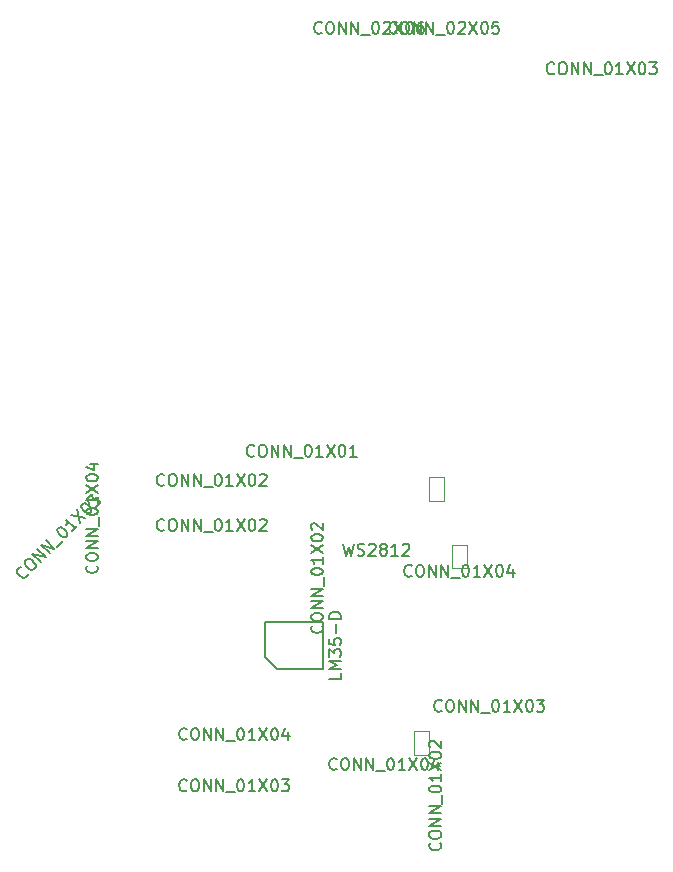
<source format=gbr>
G04 #@! TF.GenerationSoftware,KiCad,Pcbnew,5.0.2+dfsg1-1~bpo9+1*
G04 #@! TF.CreationDate,2019-11-08T02:25:03-05:00*
G04 #@! TF.ProjectId,uno,756e6f2e-6b69-4636-9164-5f7063625858,v1.0*
G04 #@! TF.SameCoordinates,Original*
G04 #@! TF.FileFunction,Other,Fab,Top*
%FSLAX46Y46*%
G04 Gerber Fmt 4.6, Leading zero omitted, Abs format (unit mm)*
G04 Created by KiCad (PCBNEW 5.0.2+dfsg1-1~bpo9+1) date Fri 08 Nov 2019 02:25:03 AM EST*
%MOMM*%
%LPD*%
G01*
G04 APERTURE LIST*
%ADD10C,0.150000*%
%ADD11C,0.100000*%
G04 APERTURE END LIST*
D10*
G04 #@! TO.C,U6*
X57240000Y-85405000D02*
X57240000Y-82505000D01*
X57240000Y-82505000D02*
X62140000Y-82505000D01*
X62140000Y-82505000D02*
X62140000Y-86405000D01*
X62140000Y-86405000D02*
X58240000Y-86405000D01*
X58240000Y-86405000D02*
X57240000Y-85405000D01*
D11*
G04 #@! TO.C,C1*
X71130000Y-72200000D02*
X71130000Y-70200000D01*
X71130000Y-70200000D02*
X72380000Y-70200000D01*
X72380000Y-70200000D02*
X72380000Y-72200000D01*
X72380000Y-72200000D02*
X71130000Y-72200000D01*
G04 #@! TO.C,R1*
X71110000Y-93710000D02*
X69860000Y-93710000D01*
X71110000Y-91710000D02*
X71110000Y-93710000D01*
X69860000Y-91710000D02*
X71110000Y-91710000D01*
X69860000Y-93710000D02*
X69860000Y-91710000D01*
G04 #@! TO.C,R2*
X74285000Y-77915000D02*
X73035000Y-77915000D01*
X74285000Y-75915000D02*
X74285000Y-77915000D01*
X73035000Y-75915000D02*
X74285000Y-75915000D01*
X73035000Y-77915000D02*
X73035000Y-75915000D01*
G04 #@! TD*
G04 #@! TO.C,P9*
D10*
X72176190Y-89967142D02*
X72128571Y-90014761D01*
X71985714Y-90062380D01*
X71890476Y-90062380D01*
X71747619Y-90014761D01*
X71652380Y-89919523D01*
X71604761Y-89824285D01*
X71557142Y-89633809D01*
X71557142Y-89490952D01*
X71604761Y-89300476D01*
X71652380Y-89205238D01*
X71747619Y-89110000D01*
X71890476Y-89062380D01*
X71985714Y-89062380D01*
X72128571Y-89110000D01*
X72176190Y-89157619D01*
X72795238Y-89062380D02*
X72985714Y-89062380D01*
X73080952Y-89110000D01*
X73176190Y-89205238D01*
X73223809Y-89395714D01*
X73223809Y-89729047D01*
X73176190Y-89919523D01*
X73080952Y-90014761D01*
X72985714Y-90062380D01*
X72795238Y-90062380D01*
X72700000Y-90014761D01*
X72604761Y-89919523D01*
X72557142Y-89729047D01*
X72557142Y-89395714D01*
X72604761Y-89205238D01*
X72700000Y-89110000D01*
X72795238Y-89062380D01*
X73652380Y-90062380D02*
X73652380Y-89062380D01*
X74223809Y-90062380D01*
X74223809Y-89062380D01*
X74700000Y-90062380D02*
X74700000Y-89062380D01*
X75271428Y-90062380D01*
X75271428Y-89062380D01*
X75509523Y-90157619D02*
X76271428Y-90157619D01*
X76700000Y-89062380D02*
X76795238Y-89062380D01*
X76890476Y-89110000D01*
X76938095Y-89157619D01*
X76985714Y-89252857D01*
X77033333Y-89443333D01*
X77033333Y-89681428D01*
X76985714Y-89871904D01*
X76938095Y-89967142D01*
X76890476Y-90014761D01*
X76795238Y-90062380D01*
X76700000Y-90062380D01*
X76604761Y-90014761D01*
X76557142Y-89967142D01*
X76509523Y-89871904D01*
X76461904Y-89681428D01*
X76461904Y-89443333D01*
X76509523Y-89252857D01*
X76557142Y-89157619D01*
X76604761Y-89110000D01*
X76700000Y-89062380D01*
X77985714Y-90062380D02*
X77414285Y-90062380D01*
X77700000Y-90062380D02*
X77700000Y-89062380D01*
X77604761Y-89205238D01*
X77509523Y-89300476D01*
X77414285Y-89348095D01*
X78319047Y-89062380D02*
X78985714Y-90062380D01*
X78985714Y-89062380D02*
X78319047Y-90062380D01*
X79557142Y-89062380D02*
X79652380Y-89062380D01*
X79747619Y-89110000D01*
X79795238Y-89157619D01*
X79842857Y-89252857D01*
X79890476Y-89443333D01*
X79890476Y-89681428D01*
X79842857Y-89871904D01*
X79795238Y-89967142D01*
X79747619Y-90014761D01*
X79652380Y-90062380D01*
X79557142Y-90062380D01*
X79461904Y-90014761D01*
X79414285Y-89967142D01*
X79366666Y-89871904D01*
X79319047Y-89681428D01*
X79319047Y-89443333D01*
X79366666Y-89252857D01*
X79414285Y-89157619D01*
X79461904Y-89110000D01*
X79557142Y-89062380D01*
X80223809Y-89062380D02*
X80842857Y-89062380D01*
X80509523Y-89443333D01*
X80652380Y-89443333D01*
X80747619Y-89490952D01*
X80795238Y-89538571D01*
X80842857Y-89633809D01*
X80842857Y-89871904D01*
X80795238Y-89967142D01*
X80747619Y-90014761D01*
X80652380Y-90062380D01*
X80366666Y-90062380D01*
X80271428Y-90014761D01*
X80223809Y-89967142D01*
G04 #@! TO.C,P1*
X63286190Y-94897142D02*
X63238571Y-94944761D01*
X63095714Y-94992380D01*
X63000476Y-94992380D01*
X62857619Y-94944761D01*
X62762380Y-94849523D01*
X62714761Y-94754285D01*
X62667142Y-94563809D01*
X62667142Y-94420952D01*
X62714761Y-94230476D01*
X62762380Y-94135238D01*
X62857619Y-94040000D01*
X63000476Y-93992380D01*
X63095714Y-93992380D01*
X63238571Y-94040000D01*
X63286190Y-94087619D01*
X63905238Y-93992380D02*
X64095714Y-93992380D01*
X64190952Y-94040000D01*
X64286190Y-94135238D01*
X64333809Y-94325714D01*
X64333809Y-94659047D01*
X64286190Y-94849523D01*
X64190952Y-94944761D01*
X64095714Y-94992380D01*
X63905238Y-94992380D01*
X63810000Y-94944761D01*
X63714761Y-94849523D01*
X63667142Y-94659047D01*
X63667142Y-94325714D01*
X63714761Y-94135238D01*
X63810000Y-94040000D01*
X63905238Y-93992380D01*
X64762380Y-94992380D02*
X64762380Y-93992380D01*
X65333809Y-94992380D01*
X65333809Y-93992380D01*
X65810000Y-94992380D02*
X65810000Y-93992380D01*
X66381428Y-94992380D01*
X66381428Y-93992380D01*
X66619523Y-95087619D02*
X67381428Y-95087619D01*
X67810000Y-93992380D02*
X67905238Y-93992380D01*
X68000476Y-94040000D01*
X68048095Y-94087619D01*
X68095714Y-94182857D01*
X68143333Y-94373333D01*
X68143333Y-94611428D01*
X68095714Y-94801904D01*
X68048095Y-94897142D01*
X68000476Y-94944761D01*
X67905238Y-94992380D01*
X67810000Y-94992380D01*
X67714761Y-94944761D01*
X67667142Y-94897142D01*
X67619523Y-94801904D01*
X67571904Y-94611428D01*
X67571904Y-94373333D01*
X67619523Y-94182857D01*
X67667142Y-94087619D01*
X67714761Y-94040000D01*
X67810000Y-93992380D01*
X69095714Y-94992380D02*
X68524285Y-94992380D01*
X68810000Y-94992380D02*
X68810000Y-93992380D01*
X68714761Y-94135238D01*
X68619523Y-94230476D01*
X68524285Y-94278095D01*
X69429047Y-93992380D02*
X70095714Y-94992380D01*
X70095714Y-93992380D02*
X69429047Y-94992380D01*
X70667142Y-93992380D02*
X70762380Y-93992380D01*
X70857619Y-94040000D01*
X70905238Y-94087619D01*
X70952857Y-94182857D01*
X71000476Y-94373333D01*
X71000476Y-94611428D01*
X70952857Y-94801904D01*
X70905238Y-94897142D01*
X70857619Y-94944761D01*
X70762380Y-94992380D01*
X70667142Y-94992380D01*
X70571904Y-94944761D01*
X70524285Y-94897142D01*
X70476666Y-94801904D01*
X70429047Y-94611428D01*
X70429047Y-94373333D01*
X70476666Y-94182857D01*
X70524285Y-94087619D01*
X70571904Y-94040000D01*
X70667142Y-93992380D01*
X71857619Y-94325714D02*
X71857619Y-94992380D01*
X71619523Y-93944761D02*
X71381428Y-94659047D01*
X72000476Y-94659047D01*
G04 #@! TO.C,LED1*
X63865476Y-75842380D02*
X64103571Y-76842380D01*
X64294047Y-76128095D01*
X64484523Y-76842380D01*
X64722619Y-75842380D01*
X65055952Y-76794761D02*
X65198809Y-76842380D01*
X65436904Y-76842380D01*
X65532142Y-76794761D01*
X65579761Y-76747142D01*
X65627380Y-76651904D01*
X65627380Y-76556666D01*
X65579761Y-76461428D01*
X65532142Y-76413809D01*
X65436904Y-76366190D01*
X65246428Y-76318571D01*
X65151190Y-76270952D01*
X65103571Y-76223333D01*
X65055952Y-76128095D01*
X65055952Y-76032857D01*
X65103571Y-75937619D01*
X65151190Y-75890000D01*
X65246428Y-75842380D01*
X65484523Y-75842380D01*
X65627380Y-75890000D01*
X66008333Y-75937619D02*
X66055952Y-75890000D01*
X66151190Y-75842380D01*
X66389285Y-75842380D01*
X66484523Y-75890000D01*
X66532142Y-75937619D01*
X66579761Y-76032857D01*
X66579761Y-76128095D01*
X66532142Y-76270952D01*
X65960714Y-76842380D01*
X66579761Y-76842380D01*
X67151190Y-76270952D02*
X67055952Y-76223333D01*
X67008333Y-76175714D01*
X66960714Y-76080476D01*
X66960714Y-76032857D01*
X67008333Y-75937619D01*
X67055952Y-75890000D01*
X67151190Y-75842380D01*
X67341666Y-75842380D01*
X67436904Y-75890000D01*
X67484523Y-75937619D01*
X67532142Y-76032857D01*
X67532142Y-76080476D01*
X67484523Y-76175714D01*
X67436904Y-76223333D01*
X67341666Y-76270952D01*
X67151190Y-76270952D01*
X67055952Y-76318571D01*
X67008333Y-76366190D01*
X66960714Y-76461428D01*
X66960714Y-76651904D01*
X67008333Y-76747142D01*
X67055952Y-76794761D01*
X67151190Y-76842380D01*
X67341666Y-76842380D01*
X67436904Y-76794761D01*
X67484523Y-76747142D01*
X67532142Y-76651904D01*
X67532142Y-76461428D01*
X67484523Y-76366190D01*
X67436904Y-76318571D01*
X67341666Y-76270952D01*
X68484523Y-76842380D02*
X67913095Y-76842380D01*
X68198809Y-76842380D02*
X68198809Y-75842380D01*
X68103571Y-75985238D01*
X68008333Y-76080476D01*
X67913095Y-76128095D01*
X68865476Y-75937619D02*
X68913095Y-75890000D01*
X69008333Y-75842380D01*
X69246428Y-75842380D01*
X69341666Y-75890000D01*
X69389285Y-75937619D01*
X69436904Y-76032857D01*
X69436904Y-76128095D01*
X69389285Y-76270952D01*
X68817857Y-76842380D01*
X69436904Y-76842380D01*
G04 #@! TO.C,P2*
X68366190Y-32563142D02*
X68318571Y-32610761D01*
X68175714Y-32658380D01*
X68080476Y-32658380D01*
X67937619Y-32610761D01*
X67842380Y-32515523D01*
X67794761Y-32420285D01*
X67747142Y-32229809D01*
X67747142Y-32086952D01*
X67794761Y-31896476D01*
X67842380Y-31801238D01*
X67937619Y-31706000D01*
X68080476Y-31658380D01*
X68175714Y-31658380D01*
X68318571Y-31706000D01*
X68366190Y-31753619D01*
X68985238Y-31658380D02*
X69175714Y-31658380D01*
X69270952Y-31706000D01*
X69366190Y-31801238D01*
X69413809Y-31991714D01*
X69413809Y-32325047D01*
X69366190Y-32515523D01*
X69270952Y-32610761D01*
X69175714Y-32658380D01*
X68985238Y-32658380D01*
X68890000Y-32610761D01*
X68794761Y-32515523D01*
X68747142Y-32325047D01*
X68747142Y-31991714D01*
X68794761Y-31801238D01*
X68890000Y-31706000D01*
X68985238Y-31658380D01*
X69842380Y-32658380D02*
X69842380Y-31658380D01*
X70413809Y-32658380D01*
X70413809Y-31658380D01*
X70890000Y-32658380D02*
X70890000Y-31658380D01*
X71461428Y-32658380D01*
X71461428Y-31658380D01*
X71699523Y-32753619D02*
X72461428Y-32753619D01*
X72890000Y-31658380D02*
X72985238Y-31658380D01*
X73080476Y-31706000D01*
X73128095Y-31753619D01*
X73175714Y-31848857D01*
X73223333Y-32039333D01*
X73223333Y-32277428D01*
X73175714Y-32467904D01*
X73128095Y-32563142D01*
X73080476Y-32610761D01*
X72985238Y-32658380D01*
X72890000Y-32658380D01*
X72794761Y-32610761D01*
X72747142Y-32563142D01*
X72699523Y-32467904D01*
X72651904Y-32277428D01*
X72651904Y-32039333D01*
X72699523Y-31848857D01*
X72747142Y-31753619D01*
X72794761Y-31706000D01*
X72890000Y-31658380D01*
X73604285Y-31753619D02*
X73651904Y-31706000D01*
X73747142Y-31658380D01*
X73985238Y-31658380D01*
X74080476Y-31706000D01*
X74128095Y-31753619D01*
X74175714Y-31848857D01*
X74175714Y-31944095D01*
X74128095Y-32086952D01*
X73556666Y-32658380D01*
X74175714Y-32658380D01*
X74509047Y-31658380D02*
X75175714Y-32658380D01*
X75175714Y-31658380D02*
X74509047Y-32658380D01*
X75747142Y-31658380D02*
X75842380Y-31658380D01*
X75937619Y-31706000D01*
X75985238Y-31753619D01*
X76032857Y-31848857D01*
X76080476Y-32039333D01*
X76080476Y-32277428D01*
X76032857Y-32467904D01*
X75985238Y-32563142D01*
X75937619Y-32610761D01*
X75842380Y-32658380D01*
X75747142Y-32658380D01*
X75651904Y-32610761D01*
X75604285Y-32563142D01*
X75556666Y-32467904D01*
X75509047Y-32277428D01*
X75509047Y-32039333D01*
X75556666Y-31848857D01*
X75604285Y-31753619D01*
X75651904Y-31706000D01*
X75747142Y-31658380D01*
X76985238Y-31658380D02*
X76509047Y-31658380D01*
X76461428Y-32134571D01*
X76509047Y-32086952D01*
X76604285Y-32039333D01*
X76842380Y-32039333D01*
X76937619Y-32086952D01*
X76985238Y-32134571D01*
X77032857Y-32229809D01*
X77032857Y-32467904D01*
X76985238Y-32563142D01*
X76937619Y-32610761D01*
X76842380Y-32658380D01*
X76604285Y-32658380D01*
X76509047Y-32610761D01*
X76461428Y-32563142D01*
G04 #@! TO.C,P3*
X48681190Y-74652142D02*
X48633571Y-74699761D01*
X48490714Y-74747380D01*
X48395476Y-74747380D01*
X48252619Y-74699761D01*
X48157380Y-74604523D01*
X48109761Y-74509285D01*
X48062142Y-74318809D01*
X48062142Y-74175952D01*
X48109761Y-73985476D01*
X48157380Y-73890238D01*
X48252619Y-73795000D01*
X48395476Y-73747380D01*
X48490714Y-73747380D01*
X48633571Y-73795000D01*
X48681190Y-73842619D01*
X49300238Y-73747380D02*
X49490714Y-73747380D01*
X49585952Y-73795000D01*
X49681190Y-73890238D01*
X49728809Y-74080714D01*
X49728809Y-74414047D01*
X49681190Y-74604523D01*
X49585952Y-74699761D01*
X49490714Y-74747380D01*
X49300238Y-74747380D01*
X49205000Y-74699761D01*
X49109761Y-74604523D01*
X49062142Y-74414047D01*
X49062142Y-74080714D01*
X49109761Y-73890238D01*
X49205000Y-73795000D01*
X49300238Y-73747380D01*
X50157380Y-74747380D02*
X50157380Y-73747380D01*
X50728809Y-74747380D01*
X50728809Y-73747380D01*
X51205000Y-74747380D02*
X51205000Y-73747380D01*
X51776428Y-74747380D01*
X51776428Y-73747380D01*
X52014523Y-74842619D02*
X52776428Y-74842619D01*
X53205000Y-73747380D02*
X53300238Y-73747380D01*
X53395476Y-73795000D01*
X53443095Y-73842619D01*
X53490714Y-73937857D01*
X53538333Y-74128333D01*
X53538333Y-74366428D01*
X53490714Y-74556904D01*
X53443095Y-74652142D01*
X53395476Y-74699761D01*
X53300238Y-74747380D01*
X53205000Y-74747380D01*
X53109761Y-74699761D01*
X53062142Y-74652142D01*
X53014523Y-74556904D01*
X52966904Y-74366428D01*
X52966904Y-74128333D01*
X53014523Y-73937857D01*
X53062142Y-73842619D01*
X53109761Y-73795000D01*
X53205000Y-73747380D01*
X54490714Y-74747380D02*
X53919285Y-74747380D01*
X54205000Y-74747380D02*
X54205000Y-73747380D01*
X54109761Y-73890238D01*
X54014523Y-73985476D01*
X53919285Y-74033095D01*
X54824047Y-73747380D02*
X55490714Y-74747380D01*
X55490714Y-73747380D02*
X54824047Y-74747380D01*
X56062142Y-73747380D02*
X56157380Y-73747380D01*
X56252619Y-73795000D01*
X56300238Y-73842619D01*
X56347857Y-73937857D01*
X56395476Y-74128333D01*
X56395476Y-74366428D01*
X56347857Y-74556904D01*
X56300238Y-74652142D01*
X56252619Y-74699761D01*
X56157380Y-74747380D01*
X56062142Y-74747380D01*
X55966904Y-74699761D01*
X55919285Y-74652142D01*
X55871666Y-74556904D01*
X55824047Y-74366428D01*
X55824047Y-74128333D01*
X55871666Y-73937857D01*
X55919285Y-73842619D01*
X55966904Y-73795000D01*
X56062142Y-73747380D01*
X56776428Y-73842619D02*
X56824047Y-73795000D01*
X56919285Y-73747380D01*
X57157380Y-73747380D01*
X57252619Y-73795000D01*
X57300238Y-73842619D01*
X57347857Y-73937857D01*
X57347857Y-74033095D01*
X57300238Y-74175952D01*
X56728809Y-74747380D01*
X57347857Y-74747380D01*
G04 #@! TO.C,P4*
X48681190Y-70842142D02*
X48633571Y-70889761D01*
X48490714Y-70937380D01*
X48395476Y-70937380D01*
X48252619Y-70889761D01*
X48157380Y-70794523D01*
X48109761Y-70699285D01*
X48062142Y-70508809D01*
X48062142Y-70365952D01*
X48109761Y-70175476D01*
X48157380Y-70080238D01*
X48252619Y-69985000D01*
X48395476Y-69937380D01*
X48490714Y-69937380D01*
X48633571Y-69985000D01*
X48681190Y-70032619D01*
X49300238Y-69937380D02*
X49490714Y-69937380D01*
X49585952Y-69985000D01*
X49681190Y-70080238D01*
X49728809Y-70270714D01*
X49728809Y-70604047D01*
X49681190Y-70794523D01*
X49585952Y-70889761D01*
X49490714Y-70937380D01*
X49300238Y-70937380D01*
X49205000Y-70889761D01*
X49109761Y-70794523D01*
X49062142Y-70604047D01*
X49062142Y-70270714D01*
X49109761Y-70080238D01*
X49205000Y-69985000D01*
X49300238Y-69937380D01*
X50157380Y-70937380D02*
X50157380Y-69937380D01*
X50728809Y-70937380D01*
X50728809Y-69937380D01*
X51205000Y-70937380D02*
X51205000Y-69937380D01*
X51776428Y-70937380D01*
X51776428Y-69937380D01*
X52014523Y-71032619D02*
X52776428Y-71032619D01*
X53205000Y-69937380D02*
X53300238Y-69937380D01*
X53395476Y-69985000D01*
X53443095Y-70032619D01*
X53490714Y-70127857D01*
X53538333Y-70318333D01*
X53538333Y-70556428D01*
X53490714Y-70746904D01*
X53443095Y-70842142D01*
X53395476Y-70889761D01*
X53300238Y-70937380D01*
X53205000Y-70937380D01*
X53109761Y-70889761D01*
X53062142Y-70842142D01*
X53014523Y-70746904D01*
X52966904Y-70556428D01*
X52966904Y-70318333D01*
X53014523Y-70127857D01*
X53062142Y-70032619D01*
X53109761Y-69985000D01*
X53205000Y-69937380D01*
X54490714Y-70937380D02*
X53919285Y-70937380D01*
X54205000Y-70937380D02*
X54205000Y-69937380D01*
X54109761Y-70080238D01*
X54014523Y-70175476D01*
X53919285Y-70223095D01*
X54824047Y-69937380D02*
X55490714Y-70937380D01*
X55490714Y-69937380D02*
X54824047Y-70937380D01*
X56062142Y-69937380D02*
X56157380Y-69937380D01*
X56252619Y-69985000D01*
X56300238Y-70032619D01*
X56347857Y-70127857D01*
X56395476Y-70318333D01*
X56395476Y-70556428D01*
X56347857Y-70746904D01*
X56300238Y-70842142D01*
X56252619Y-70889761D01*
X56157380Y-70937380D01*
X56062142Y-70937380D01*
X55966904Y-70889761D01*
X55919285Y-70842142D01*
X55871666Y-70746904D01*
X55824047Y-70556428D01*
X55824047Y-70318333D01*
X55871666Y-70127857D01*
X55919285Y-70032619D01*
X55966904Y-69985000D01*
X56062142Y-69937380D01*
X56776428Y-70032619D02*
X56824047Y-69985000D01*
X56919285Y-69937380D01*
X57157380Y-69937380D01*
X57252619Y-69985000D01*
X57300238Y-70032619D01*
X57347857Y-70127857D01*
X57347857Y-70223095D01*
X57300238Y-70365952D01*
X56728809Y-70937380D01*
X57347857Y-70937380D01*
G04 #@! TO.C,P5*
X50586190Y-92357142D02*
X50538571Y-92404761D01*
X50395714Y-92452380D01*
X50300476Y-92452380D01*
X50157619Y-92404761D01*
X50062380Y-92309523D01*
X50014761Y-92214285D01*
X49967142Y-92023809D01*
X49967142Y-91880952D01*
X50014761Y-91690476D01*
X50062380Y-91595238D01*
X50157619Y-91500000D01*
X50300476Y-91452380D01*
X50395714Y-91452380D01*
X50538571Y-91500000D01*
X50586190Y-91547619D01*
X51205238Y-91452380D02*
X51395714Y-91452380D01*
X51490952Y-91500000D01*
X51586190Y-91595238D01*
X51633809Y-91785714D01*
X51633809Y-92119047D01*
X51586190Y-92309523D01*
X51490952Y-92404761D01*
X51395714Y-92452380D01*
X51205238Y-92452380D01*
X51110000Y-92404761D01*
X51014761Y-92309523D01*
X50967142Y-92119047D01*
X50967142Y-91785714D01*
X51014761Y-91595238D01*
X51110000Y-91500000D01*
X51205238Y-91452380D01*
X52062380Y-92452380D02*
X52062380Y-91452380D01*
X52633809Y-92452380D01*
X52633809Y-91452380D01*
X53110000Y-92452380D02*
X53110000Y-91452380D01*
X53681428Y-92452380D01*
X53681428Y-91452380D01*
X53919523Y-92547619D02*
X54681428Y-92547619D01*
X55110000Y-91452380D02*
X55205238Y-91452380D01*
X55300476Y-91500000D01*
X55348095Y-91547619D01*
X55395714Y-91642857D01*
X55443333Y-91833333D01*
X55443333Y-92071428D01*
X55395714Y-92261904D01*
X55348095Y-92357142D01*
X55300476Y-92404761D01*
X55205238Y-92452380D01*
X55110000Y-92452380D01*
X55014761Y-92404761D01*
X54967142Y-92357142D01*
X54919523Y-92261904D01*
X54871904Y-92071428D01*
X54871904Y-91833333D01*
X54919523Y-91642857D01*
X54967142Y-91547619D01*
X55014761Y-91500000D01*
X55110000Y-91452380D01*
X56395714Y-92452380D02*
X55824285Y-92452380D01*
X56110000Y-92452380D02*
X56110000Y-91452380D01*
X56014761Y-91595238D01*
X55919523Y-91690476D01*
X55824285Y-91738095D01*
X56729047Y-91452380D02*
X57395714Y-92452380D01*
X57395714Y-91452380D02*
X56729047Y-92452380D01*
X57967142Y-91452380D02*
X58062380Y-91452380D01*
X58157619Y-91500000D01*
X58205238Y-91547619D01*
X58252857Y-91642857D01*
X58300476Y-91833333D01*
X58300476Y-92071428D01*
X58252857Y-92261904D01*
X58205238Y-92357142D01*
X58157619Y-92404761D01*
X58062380Y-92452380D01*
X57967142Y-92452380D01*
X57871904Y-92404761D01*
X57824285Y-92357142D01*
X57776666Y-92261904D01*
X57729047Y-92071428D01*
X57729047Y-91833333D01*
X57776666Y-91642857D01*
X57824285Y-91547619D01*
X57871904Y-91500000D01*
X57967142Y-91452380D01*
X59157619Y-91785714D02*
X59157619Y-92452380D01*
X58919523Y-91404761D02*
X58681428Y-92119047D01*
X59300476Y-92119047D01*
G04 #@! TO.C,P6*
X56301190Y-68377142D02*
X56253571Y-68424761D01*
X56110714Y-68472380D01*
X56015476Y-68472380D01*
X55872619Y-68424761D01*
X55777380Y-68329523D01*
X55729761Y-68234285D01*
X55682142Y-68043809D01*
X55682142Y-67900952D01*
X55729761Y-67710476D01*
X55777380Y-67615238D01*
X55872619Y-67520000D01*
X56015476Y-67472380D01*
X56110714Y-67472380D01*
X56253571Y-67520000D01*
X56301190Y-67567619D01*
X56920238Y-67472380D02*
X57110714Y-67472380D01*
X57205952Y-67520000D01*
X57301190Y-67615238D01*
X57348809Y-67805714D01*
X57348809Y-68139047D01*
X57301190Y-68329523D01*
X57205952Y-68424761D01*
X57110714Y-68472380D01*
X56920238Y-68472380D01*
X56825000Y-68424761D01*
X56729761Y-68329523D01*
X56682142Y-68139047D01*
X56682142Y-67805714D01*
X56729761Y-67615238D01*
X56825000Y-67520000D01*
X56920238Y-67472380D01*
X57777380Y-68472380D02*
X57777380Y-67472380D01*
X58348809Y-68472380D01*
X58348809Y-67472380D01*
X58825000Y-68472380D02*
X58825000Y-67472380D01*
X59396428Y-68472380D01*
X59396428Y-67472380D01*
X59634523Y-68567619D02*
X60396428Y-68567619D01*
X60825000Y-67472380D02*
X60920238Y-67472380D01*
X61015476Y-67520000D01*
X61063095Y-67567619D01*
X61110714Y-67662857D01*
X61158333Y-67853333D01*
X61158333Y-68091428D01*
X61110714Y-68281904D01*
X61063095Y-68377142D01*
X61015476Y-68424761D01*
X60920238Y-68472380D01*
X60825000Y-68472380D01*
X60729761Y-68424761D01*
X60682142Y-68377142D01*
X60634523Y-68281904D01*
X60586904Y-68091428D01*
X60586904Y-67853333D01*
X60634523Y-67662857D01*
X60682142Y-67567619D01*
X60729761Y-67520000D01*
X60825000Y-67472380D01*
X62110714Y-68472380D02*
X61539285Y-68472380D01*
X61825000Y-68472380D02*
X61825000Y-67472380D01*
X61729761Y-67615238D01*
X61634523Y-67710476D01*
X61539285Y-67758095D01*
X62444047Y-67472380D02*
X63110714Y-68472380D01*
X63110714Y-67472380D02*
X62444047Y-68472380D01*
X63682142Y-67472380D02*
X63777380Y-67472380D01*
X63872619Y-67520000D01*
X63920238Y-67567619D01*
X63967857Y-67662857D01*
X64015476Y-67853333D01*
X64015476Y-68091428D01*
X63967857Y-68281904D01*
X63920238Y-68377142D01*
X63872619Y-68424761D01*
X63777380Y-68472380D01*
X63682142Y-68472380D01*
X63586904Y-68424761D01*
X63539285Y-68377142D01*
X63491666Y-68281904D01*
X63444047Y-68091428D01*
X63444047Y-67853333D01*
X63491666Y-67662857D01*
X63539285Y-67567619D01*
X63586904Y-67520000D01*
X63682142Y-67472380D01*
X64967857Y-68472380D02*
X64396428Y-68472380D01*
X64682142Y-68472380D02*
X64682142Y-67472380D01*
X64586904Y-67615238D01*
X64491666Y-67710476D01*
X64396428Y-67758095D01*
G04 #@! TO.C,P7*
X62016190Y-32563142D02*
X61968571Y-32610761D01*
X61825714Y-32658380D01*
X61730476Y-32658380D01*
X61587619Y-32610761D01*
X61492380Y-32515523D01*
X61444761Y-32420285D01*
X61397142Y-32229809D01*
X61397142Y-32086952D01*
X61444761Y-31896476D01*
X61492380Y-31801238D01*
X61587619Y-31706000D01*
X61730476Y-31658380D01*
X61825714Y-31658380D01*
X61968571Y-31706000D01*
X62016190Y-31753619D01*
X62635238Y-31658380D02*
X62825714Y-31658380D01*
X62920952Y-31706000D01*
X63016190Y-31801238D01*
X63063809Y-31991714D01*
X63063809Y-32325047D01*
X63016190Y-32515523D01*
X62920952Y-32610761D01*
X62825714Y-32658380D01*
X62635238Y-32658380D01*
X62540000Y-32610761D01*
X62444761Y-32515523D01*
X62397142Y-32325047D01*
X62397142Y-31991714D01*
X62444761Y-31801238D01*
X62540000Y-31706000D01*
X62635238Y-31658380D01*
X63492380Y-32658380D02*
X63492380Y-31658380D01*
X64063809Y-32658380D01*
X64063809Y-31658380D01*
X64540000Y-32658380D02*
X64540000Y-31658380D01*
X65111428Y-32658380D01*
X65111428Y-31658380D01*
X65349523Y-32753619D02*
X66111428Y-32753619D01*
X66540000Y-31658380D02*
X66635238Y-31658380D01*
X66730476Y-31706000D01*
X66778095Y-31753619D01*
X66825714Y-31848857D01*
X66873333Y-32039333D01*
X66873333Y-32277428D01*
X66825714Y-32467904D01*
X66778095Y-32563142D01*
X66730476Y-32610761D01*
X66635238Y-32658380D01*
X66540000Y-32658380D01*
X66444761Y-32610761D01*
X66397142Y-32563142D01*
X66349523Y-32467904D01*
X66301904Y-32277428D01*
X66301904Y-32039333D01*
X66349523Y-31848857D01*
X66397142Y-31753619D01*
X66444761Y-31706000D01*
X66540000Y-31658380D01*
X67254285Y-31753619D02*
X67301904Y-31706000D01*
X67397142Y-31658380D01*
X67635238Y-31658380D01*
X67730476Y-31706000D01*
X67778095Y-31753619D01*
X67825714Y-31848857D01*
X67825714Y-31944095D01*
X67778095Y-32086952D01*
X67206666Y-32658380D01*
X67825714Y-32658380D01*
X68159047Y-31658380D02*
X68825714Y-32658380D01*
X68825714Y-31658380D02*
X68159047Y-32658380D01*
X69397142Y-31658380D02*
X69492380Y-31658380D01*
X69587619Y-31706000D01*
X69635238Y-31753619D01*
X69682857Y-31848857D01*
X69730476Y-32039333D01*
X69730476Y-32277428D01*
X69682857Y-32467904D01*
X69635238Y-32563142D01*
X69587619Y-32610761D01*
X69492380Y-32658380D01*
X69397142Y-32658380D01*
X69301904Y-32610761D01*
X69254285Y-32563142D01*
X69206666Y-32467904D01*
X69159047Y-32277428D01*
X69159047Y-32039333D01*
X69206666Y-31848857D01*
X69254285Y-31753619D01*
X69301904Y-31706000D01*
X69397142Y-31658380D01*
X70587619Y-31658380D02*
X70397142Y-31658380D01*
X70301904Y-31706000D01*
X70254285Y-31753619D01*
X70159047Y-31896476D01*
X70111428Y-32086952D01*
X70111428Y-32467904D01*
X70159047Y-32563142D01*
X70206666Y-32610761D01*
X70301904Y-32658380D01*
X70492380Y-32658380D01*
X70587619Y-32610761D01*
X70635238Y-32563142D01*
X70682857Y-32467904D01*
X70682857Y-32229809D01*
X70635238Y-32134571D01*
X70587619Y-32086952D01*
X70492380Y-32039333D01*
X70301904Y-32039333D01*
X70206666Y-32086952D01*
X70159047Y-32134571D01*
X70111428Y-32229809D01*
G04 #@! TO.C,P8*
X37125244Y-78375770D02*
X37125244Y-78443113D01*
X37057900Y-78577800D01*
X36990557Y-78645144D01*
X36855870Y-78712487D01*
X36721183Y-78712487D01*
X36620167Y-78678815D01*
X36451809Y-78577800D01*
X36350793Y-78476785D01*
X36249778Y-78308426D01*
X36216106Y-78207411D01*
X36216106Y-78072724D01*
X36283450Y-77938037D01*
X36350793Y-77870693D01*
X36485480Y-77803350D01*
X36552824Y-77803350D01*
X36923213Y-77298274D02*
X37057900Y-77163587D01*
X37158915Y-77129915D01*
X37293602Y-77129915D01*
X37461961Y-77230930D01*
X37697663Y-77466632D01*
X37798679Y-77634991D01*
X37798679Y-77769678D01*
X37765007Y-77870693D01*
X37630320Y-78005380D01*
X37529305Y-78039052D01*
X37394618Y-78039052D01*
X37226259Y-77938037D01*
X36990557Y-77702335D01*
X36889541Y-77533976D01*
X36889541Y-77399289D01*
X36923213Y-77298274D01*
X38236411Y-77399289D02*
X37529305Y-76692182D01*
X38640472Y-76995228D01*
X37933366Y-76288121D01*
X38977190Y-76658510D02*
X38270083Y-75951404D01*
X39381251Y-76254449D01*
X38674144Y-75547343D01*
X39616953Y-76153434D02*
X40155701Y-75614686D01*
X39684297Y-74537190D02*
X39751640Y-74469846D01*
X39852656Y-74436175D01*
X39919999Y-74436175D01*
X40021014Y-74469846D01*
X40189373Y-74570862D01*
X40357732Y-74739220D01*
X40458747Y-74907579D01*
X40492419Y-75008594D01*
X40492419Y-75075938D01*
X40458747Y-75176953D01*
X40391404Y-75244297D01*
X40290388Y-75277969D01*
X40223045Y-75277969D01*
X40122030Y-75244297D01*
X39953671Y-75143281D01*
X39785312Y-74974923D01*
X39684297Y-74806564D01*
X39650625Y-74705549D01*
X39650625Y-74638205D01*
X39684297Y-74537190D01*
X41300541Y-74335159D02*
X40896480Y-74739220D01*
X41098510Y-74537190D02*
X40391404Y-73830083D01*
X40425075Y-73998442D01*
X40425075Y-74133129D01*
X40391404Y-74234144D01*
X40829136Y-73392350D02*
X42007648Y-73628053D01*
X41300541Y-72920946D02*
X41536243Y-74099457D01*
X41704602Y-72516885D02*
X41771945Y-72449541D01*
X41872961Y-72415870D01*
X41940304Y-72415870D01*
X42041319Y-72449541D01*
X42209678Y-72550557D01*
X42378037Y-72718915D01*
X42479052Y-72887274D01*
X42512724Y-72988289D01*
X42512724Y-73055633D01*
X42479052Y-73156648D01*
X42411709Y-73223992D01*
X42310693Y-73257663D01*
X42243350Y-73257663D01*
X42142335Y-73223992D01*
X41973976Y-73122976D01*
X41805617Y-72954618D01*
X41704602Y-72786259D01*
X41670930Y-72685244D01*
X41670930Y-72617900D01*
X41704602Y-72516885D01*
X42176006Y-72045480D02*
X42613739Y-71607748D01*
X42647411Y-72112824D01*
X42748426Y-72011809D01*
X42849441Y-71978137D01*
X42916785Y-71978137D01*
X43017800Y-72011809D01*
X43186159Y-72180167D01*
X43219831Y-72281183D01*
X43219831Y-72348526D01*
X43186159Y-72449541D01*
X42984128Y-72651572D01*
X42883113Y-72685244D01*
X42815770Y-72685244D01*
G04 #@! TO.C,P9*
X81701190Y-35992142D02*
X81653571Y-36039761D01*
X81510714Y-36087380D01*
X81415476Y-36087380D01*
X81272619Y-36039761D01*
X81177380Y-35944523D01*
X81129761Y-35849285D01*
X81082142Y-35658809D01*
X81082142Y-35515952D01*
X81129761Y-35325476D01*
X81177380Y-35230238D01*
X81272619Y-35135000D01*
X81415476Y-35087380D01*
X81510714Y-35087380D01*
X81653571Y-35135000D01*
X81701190Y-35182619D01*
X82320238Y-35087380D02*
X82510714Y-35087380D01*
X82605952Y-35135000D01*
X82701190Y-35230238D01*
X82748809Y-35420714D01*
X82748809Y-35754047D01*
X82701190Y-35944523D01*
X82605952Y-36039761D01*
X82510714Y-36087380D01*
X82320238Y-36087380D01*
X82225000Y-36039761D01*
X82129761Y-35944523D01*
X82082142Y-35754047D01*
X82082142Y-35420714D01*
X82129761Y-35230238D01*
X82225000Y-35135000D01*
X82320238Y-35087380D01*
X83177380Y-36087380D02*
X83177380Y-35087380D01*
X83748809Y-36087380D01*
X83748809Y-35087380D01*
X84225000Y-36087380D02*
X84225000Y-35087380D01*
X84796428Y-36087380D01*
X84796428Y-35087380D01*
X85034523Y-36182619D02*
X85796428Y-36182619D01*
X86225000Y-35087380D02*
X86320238Y-35087380D01*
X86415476Y-35135000D01*
X86463095Y-35182619D01*
X86510714Y-35277857D01*
X86558333Y-35468333D01*
X86558333Y-35706428D01*
X86510714Y-35896904D01*
X86463095Y-35992142D01*
X86415476Y-36039761D01*
X86320238Y-36087380D01*
X86225000Y-36087380D01*
X86129761Y-36039761D01*
X86082142Y-35992142D01*
X86034523Y-35896904D01*
X85986904Y-35706428D01*
X85986904Y-35468333D01*
X86034523Y-35277857D01*
X86082142Y-35182619D01*
X86129761Y-35135000D01*
X86225000Y-35087380D01*
X87510714Y-36087380D02*
X86939285Y-36087380D01*
X87225000Y-36087380D02*
X87225000Y-35087380D01*
X87129761Y-35230238D01*
X87034523Y-35325476D01*
X86939285Y-35373095D01*
X87844047Y-35087380D02*
X88510714Y-36087380D01*
X88510714Y-35087380D02*
X87844047Y-36087380D01*
X89082142Y-35087380D02*
X89177380Y-35087380D01*
X89272619Y-35135000D01*
X89320238Y-35182619D01*
X89367857Y-35277857D01*
X89415476Y-35468333D01*
X89415476Y-35706428D01*
X89367857Y-35896904D01*
X89320238Y-35992142D01*
X89272619Y-36039761D01*
X89177380Y-36087380D01*
X89082142Y-36087380D01*
X88986904Y-36039761D01*
X88939285Y-35992142D01*
X88891666Y-35896904D01*
X88844047Y-35706428D01*
X88844047Y-35468333D01*
X88891666Y-35277857D01*
X88939285Y-35182619D01*
X88986904Y-35135000D01*
X89082142Y-35087380D01*
X89748809Y-35087380D02*
X90367857Y-35087380D01*
X90034523Y-35468333D01*
X90177380Y-35468333D01*
X90272619Y-35515952D01*
X90320238Y-35563571D01*
X90367857Y-35658809D01*
X90367857Y-35896904D01*
X90320238Y-35992142D01*
X90272619Y-36039761D01*
X90177380Y-36087380D01*
X89891666Y-36087380D01*
X89796428Y-36039761D01*
X89748809Y-35992142D01*
G04 #@! TO.C,P10*
X50586190Y-96702142D02*
X50538571Y-96749761D01*
X50395714Y-96797380D01*
X50300476Y-96797380D01*
X50157619Y-96749761D01*
X50062380Y-96654523D01*
X50014761Y-96559285D01*
X49967142Y-96368809D01*
X49967142Y-96225952D01*
X50014761Y-96035476D01*
X50062380Y-95940238D01*
X50157619Y-95845000D01*
X50300476Y-95797380D01*
X50395714Y-95797380D01*
X50538571Y-95845000D01*
X50586190Y-95892619D01*
X51205238Y-95797380D02*
X51395714Y-95797380D01*
X51490952Y-95845000D01*
X51586190Y-95940238D01*
X51633809Y-96130714D01*
X51633809Y-96464047D01*
X51586190Y-96654523D01*
X51490952Y-96749761D01*
X51395714Y-96797380D01*
X51205238Y-96797380D01*
X51110000Y-96749761D01*
X51014761Y-96654523D01*
X50967142Y-96464047D01*
X50967142Y-96130714D01*
X51014761Y-95940238D01*
X51110000Y-95845000D01*
X51205238Y-95797380D01*
X52062380Y-96797380D02*
X52062380Y-95797380D01*
X52633809Y-96797380D01*
X52633809Y-95797380D01*
X53110000Y-96797380D02*
X53110000Y-95797380D01*
X53681428Y-96797380D01*
X53681428Y-95797380D01*
X53919523Y-96892619D02*
X54681428Y-96892619D01*
X55110000Y-95797380D02*
X55205238Y-95797380D01*
X55300476Y-95845000D01*
X55348095Y-95892619D01*
X55395714Y-95987857D01*
X55443333Y-96178333D01*
X55443333Y-96416428D01*
X55395714Y-96606904D01*
X55348095Y-96702142D01*
X55300476Y-96749761D01*
X55205238Y-96797380D01*
X55110000Y-96797380D01*
X55014761Y-96749761D01*
X54967142Y-96702142D01*
X54919523Y-96606904D01*
X54871904Y-96416428D01*
X54871904Y-96178333D01*
X54919523Y-95987857D01*
X54967142Y-95892619D01*
X55014761Y-95845000D01*
X55110000Y-95797380D01*
X56395714Y-96797380D02*
X55824285Y-96797380D01*
X56110000Y-96797380D02*
X56110000Y-95797380D01*
X56014761Y-95940238D01*
X55919523Y-96035476D01*
X55824285Y-96083095D01*
X56729047Y-95797380D02*
X57395714Y-96797380D01*
X57395714Y-95797380D02*
X56729047Y-96797380D01*
X57967142Y-95797380D02*
X58062380Y-95797380D01*
X58157619Y-95845000D01*
X58205238Y-95892619D01*
X58252857Y-95987857D01*
X58300476Y-96178333D01*
X58300476Y-96416428D01*
X58252857Y-96606904D01*
X58205238Y-96702142D01*
X58157619Y-96749761D01*
X58062380Y-96797380D01*
X57967142Y-96797380D01*
X57871904Y-96749761D01*
X57824285Y-96702142D01*
X57776666Y-96606904D01*
X57729047Y-96416428D01*
X57729047Y-96178333D01*
X57776666Y-95987857D01*
X57824285Y-95892619D01*
X57871904Y-95845000D01*
X57967142Y-95797380D01*
X58633809Y-95797380D02*
X59252857Y-95797380D01*
X58919523Y-96178333D01*
X59062380Y-96178333D01*
X59157619Y-96225952D01*
X59205238Y-96273571D01*
X59252857Y-96368809D01*
X59252857Y-96606904D01*
X59205238Y-96702142D01*
X59157619Y-96749761D01*
X59062380Y-96797380D01*
X58776666Y-96797380D01*
X58681428Y-96749761D01*
X58633809Y-96702142D01*
G04 #@! TO.C,U6*
X63642380Y-86788333D02*
X63642380Y-87264523D01*
X62642380Y-87264523D01*
X63642380Y-86455000D02*
X62642380Y-86455000D01*
X63356666Y-86121666D01*
X62642380Y-85788333D01*
X63642380Y-85788333D01*
X62642380Y-85407380D02*
X62642380Y-84788333D01*
X63023333Y-85121666D01*
X63023333Y-84978809D01*
X63070952Y-84883571D01*
X63118571Y-84835952D01*
X63213809Y-84788333D01*
X63451904Y-84788333D01*
X63547142Y-84835952D01*
X63594761Y-84883571D01*
X63642380Y-84978809D01*
X63642380Y-85264523D01*
X63594761Y-85359761D01*
X63547142Y-85407380D01*
X62642380Y-83883571D02*
X62642380Y-84359761D01*
X63118571Y-84407380D01*
X63070952Y-84359761D01*
X63023333Y-84264523D01*
X63023333Y-84026428D01*
X63070952Y-83931190D01*
X63118571Y-83883571D01*
X63213809Y-83835952D01*
X63451904Y-83835952D01*
X63547142Y-83883571D01*
X63594761Y-83931190D01*
X63642380Y-84026428D01*
X63642380Y-84264523D01*
X63594761Y-84359761D01*
X63547142Y-84407380D01*
X63261428Y-83407380D02*
X63261428Y-82645476D01*
X63642380Y-82169285D02*
X62642380Y-82169285D01*
X62642380Y-81931190D01*
X62690000Y-81788333D01*
X62785238Y-81693095D01*
X62880476Y-81645476D01*
X63070952Y-81597857D01*
X63213809Y-81597857D01*
X63404285Y-81645476D01*
X63499523Y-81693095D01*
X63594761Y-81788333D01*
X63642380Y-81931190D01*
X63642380Y-82169285D01*
G04 #@! TO.C,P11*
X72037142Y-101178809D02*
X72084761Y-101226428D01*
X72132380Y-101369285D01*
X72132380Y-101464523D01*
X72084761Y-101607380D01*
X71989523Y-101702619D01*
X71894285Y-101750238D01*
X71703809Y-101797857D01*
X71560952Y-101797857D01*
X71370476Y-101750238D01*
X71275238Y-101702619D01*
X71180000Y-101607380D01*
X71132380Y-101464523D01*
X71132380Y-101369285D01*
X71180000Y-101226428D01*
X71227619Y-101178809D01*
X71132380Y-100559761D02*
X71132380Y-100369285D01*
X71180000Y-100274047D01*
X71275238Y-100178809D01*
X71465714Y-100131190D01*
X71799047Y-100131190D01*
X71989523Y-100178809D01*
X72084761Y-100274047D01*
X72132380Y-100369285D01*
X72132380Y-100559761D01*
X72084761Y-100655000D01*
X71989523Y-100750238D01*
X71799047Y-100797857D01*
X71465714Y-100797857D01*
X71275238Y-100750238D01*
X71180000Y-100655000D01*
X71132380Y-100559761D01*
X72132380Y-99702619D02*
X71132380Y-99702619D01*
X72132380Y-99131190D01*
X71132380Y-99131190D01*
X72132380Y-98655000D02*
X71132380Y-98655000D01*
X72132380Y-98083571D01*
X71132380Y-98083571D01*
X72227619Y-97845476D02*
X72227619Y-97083571D01*
X71132380Y-96655000D02*
X71132380Y-96559761D01*
X71180000Y-96464523D01*
X71227619Y-96416904D01*
X71322857Y-96369285D01*
X71513333Y-96321666D01*
X71751428Y-96321666D01*
X71941904Y-96369285D01*
X72037142Y-96416904D01*
X72084761Y-96464523D01*
X72132380Y-96559761D01*
X72132380Y-96655000D01*
X72084761Y-96750238D01*
X72037142Y-96797857D01*
X71941904Y-96845476D01*
X71751428Y-96893095D01*
X71513333Y-96893095D01*
X71322857Y-96845476D01*
X71227619Y-96797857D01*
X71180000Y-96750238D01*
X71132380Y-96655000D01*
X72132380Y-95369285D02*
X72132380Y-95940714D01*
X72132380Y-95655000D02*
X71132380Y-95655000D01*
X71275238Y-95750238D01*
X71370476Y-95845476D01*
X71418095Y-95940714D01*
X71132380Y-95035952D02*
X72132380Y-94369285D01*
X71132380Y-94369285D02*
X72132380Y-95035952D01*
X71132380Y-93797857D02*
X71132380Y-93702619D01*
X71180000Y-93607380D01*
X71227619Y-93559761D01*
X71322857Y-93512142D01*
X71513333Y-93464523D01*
X71751428Y-93464523D01*
X71941904Y-93512142D01*
X72037142Y-93559761D01*
X72084761Y-93607380D01*
X72132380Y-93702619D01*
X72132380Y-93797857D01*
X72084761Y-93893095D01*
X72037142Y-93940714D01*
X71941904Y-93988333D01*
X71751428Y-94035952D01*
X71513333Y-94035952D01*
X71322857Y-93988333D01*
X71227619Y-93940714D01*
X71180000Y-93893095D01*
X71132380Y-93797857D01*
X71227619Y-93083571D02*
X71180000Y-93035952D01*
X71132380Y-92940714D01*
X71132380Y-92702619D01*
X71180000Y-92607380D01*
X71227619Y-92559761D01*
X71322857Y-92512142D01*
X71418095Y-92512142D01*
X71560952Y-92559761D01*
X72132380Y-93131190D01*
X72132380Y-92512142D01*
G04 #@! TO.C,P12*
X62027142Y-82763809D02*
X62074761Y-82811428D01*
X62122380Y-82954285D01*
X62122380Y-83049523D01*
X62074761Y-83192380D01*
X61979523Y-83287619D01*
X61884285Y-83335238D01*
X61693809Y-83382857D01*
X61550952Y-83382857D01*
X61360476Y-83335238D01*
X61265238Y-83287619D01*
X61170000Y-83192380D01*
X61122380Y-83049523D01*
X61122380Y-82954285D01*
X61170000Y-82811428D01*
X61217619Y-82763809D01*
X61122380Y-82144761D02*
X61122380Y-81954285D01*
X61170000Y-81859047D01*
X61265238Y-81763809D01*
X61455714Y-81716190D01*
X61789047Y-81716190D01*
X61979523Y-81763809D01*
X62074761Y-81859047D01*
X62122380Y-81954285D01*
X62122380Y-82144761D01*
X62074761Y-82240000D01*
X61979523Y-82335238D01*
X61789047Y-82382857D01*
X61455714Y-82382857D01*
X61265238Y-82335238D01*
X61170000Y-82240000D01*
X61122380Y-82144761D01*
X62122380Y-81287619D02*
X61122380Y-81287619D01*
X62122380Y-80716190D01*
X61122380Y-80716190D01*
X62122380Y-80240000D02*
X61122380Y-80240000D01*
X62122380Y-79668571D01*
X61122380Y-79668571D01*
X62217619Y-79430476D02*
X62217619Y-78668571D01*
X61122380Y-78240000D02*
X61122380Y-78144761D01*
X61170000Y-78049523D01*
X61217619Y-78001904D01*
X61312857Y-77954285D01*
X61503333Y-77906666D01*
X61741428Y-77906666D01*
X61931904Y-77954285D01*
X62027142Y-78001904D01*
X62074761Y-78049523D01*
X62122380Y-78144761D01*
X62122380Y-78240000D01*
X62074761Y-78335238D01*
X62027142Y-78382857D01*
X61931904Y-78430476D01*
X61741428Y-78478095D01*
X61503333Y-78478095D01*
X61312857Y-78430476D01*
X61217619Y-78382857D01*
X61170000Y-78335238D01*
X61122380Y-78240000D01*
X62122380Y-76954285D02*
X62122380Y-77525714D01*
X62122380Y-77240000D02*
X61122380Y-77240000D01*
X61265238Y-77335238D01*
X61360476Y-77430476D01*
X61408095Y-77525714D01*
X61122380Y-76620952D02*
X62122380Y-75954285D01*
X61122380Y-75954285D02*
X62122380Y-76620952D01*
X61122380Y-75382857D02*
X61122380Y-75287619D01*
X61170000Y-75192380D01*
X61217619Y-75144761D01*
X61312857Y-75097142D01*
X61503333Y-75049523D01*
X61741428Y-75049523D01*
X61931904Y-75097142D01*
X62027142Y-75144761D01*
X62074761Y-75192380D01*
X62122380Y-75287619D01*
X62122380Y-75382857D01*
X62074761Y-75478095D01*
X62027142Y-75525714D01*
X61931904Y-75573333D01*
X61741428Y-75620952D01*
X61503333Y-75620952D01*
X61312857Y-75573333D01*
X61217619Y-75525714D01*
X61170000Y-75478095D01*
X61122380Y-75382857D01*
X61217619Y-74668571D02*
X61170000Y-74620952D01*
X61122380Y-74525714D01*
X61122380Y-74287619D01*
X61170000Y-74192380D01*
X61217619Y-74144761D01*
X61312857Y-74097142D01*
X61408095Y-74097142D01*
X61550952Y-74144761D01*
X62122380Y-74716190D01*
X62122380Y-74097142D01*
G04 #@! TO.C,P14*
X69636190Y-78537142D02*
X69588571Y-78584761D01*
X69445714Y-78632380D01*
X69350476Y-78632380D01*
X69207619Y-78584761D01*
X69112380Y-78489523D01*
X69064761Y-78394285D01*
X69017142Y-78203809D01*
X69017142Y-78060952D01*
X69064761Y-77870476D01*
X69112380Y-77775238D01*
X69207619Y-77680000D01*
X69350476Y-77632380D01*
X69445714Y-77632380D01*
X69588571Y-77680000D01*
X69636190Y-77727619D01*
X70255238Y-77632380D02*
X70445714Y-77632380D01*
X70540952Y-77680000D01*
X70636190Y-77775238D01*
X70683809Y-77965714D01*
X70683809Y-78299047D01*
X70636190Y-78489523D01*
X70540952Y-78584761D01*
X70445714Y-78632380D01*
X70255238Y-78632380D01*
X70160000Y-78584761D01*
X70064761Y-78489523D01*
X70017142Y-78299047D01*
X70017142Y-77965714D01*
X70064761Y-77775238D01*
X70160000Y-77680000D01*
X70255238Y-77632380D01*
X71112380Y-78632380D02*
X71112380Y-77632380D01*
X71683809Y-78632380D01*
X71683809Y-77632380D01*
X72160000Y-78632380D02*
X72160000Y-77632380D01*
X72731428Y-78632380D01*
X72731428Y-77632380D01*
X72969523Y-78727619D02*
X73731428Y-78727619D01*
X74160000Y-77632380D02*
X74255238Y-77632380D01*
X74350476Y-77680000D01*
X74398095Y-77727619D01*
X74445714Y-77822857D01*
X74493333Y-78013333D01*
X74493333Y-78251428D01*
X74445714Y-78441904D01*
X74398095Y-78537142D01*
X74350476Y-78584761D01*
X74255238Y-78632380D01*
X74160000Y-78632380D01*
X74064761Y-78584761D01*
X74017142Y-78537142D01*
X73969523Y-78441904D01*
X73921904Y-78251428D01*
X73921904Y-78013333D01*
X73969523Y-77822857D01*
X74017142Y-77727619D01*
X74064761Y-77680000D01*
X74160000Y-77632380D01*
X75445714Y-78632380D02*
X74874285Y-78632380D01*
X75160000Y-78632380D02*
X75160000Y-77632380D01*
X75064761Y-77775238D01*
X74969523Y-77870476D01*
X74874285Y-77918095D01*
X75779047Y-77632380D02*
X76445714Y-78632380D01*
X76445714Y-77632380D02*
X75779047Y-78632380D01*
X77017142Y-77632380D02*
X77112380Y-77632380D01*
X77207619Y-77680000D01*
X77255238Y-77727619D01*
X77302857Y-77822857D01*
X77350476Y-78013333D01*
X77350476Y-78251428D01*
X77302857Y-78441904D01*
X77255238Y-78537142D01*
X77207619Y-78584761D01*
X77112380Y-78632380D01*
X77017142Y-78632380D01*
X76921904Y-78584761D01*
X76874285Y-78537142D01*
X76826666Y-78441904D01*
X76779047Y-78251428D01*
X76779047Y-78013333D01*
X76826666Y-77822857D01*
X76874285Y-77727619D01*
X76921904Y-77680000D01*
X77017142Y-77632380D01*
X78207619Y-77965714D02*
X78207619Y-78632380D01*
X77969523Y-77584761D02*
X77731428Y-78299047D01*
X78350476Y-78299047D01*
G04 #@! TO.C,P15*
X42977142Y-77683809D02*
X43024761Y-77731428D01*
X43072380Y-77874285D01*
X43072380Y-77969523D01*
X43024761Y-78112380D01*
X42929523Y-78207619D01*
X42834285Y-78255238D01*
X42643809Y-78302857D01*
X42500952Y-78302857D01*
X42310476Y-78255238D01*
X42215238Y-78207619D01*
X42120000Y-78112380D01*
X42072380Y-77969523D01*
X42072380Y-77874285D01*
X42120000Y-77731428D01*
X42167619Y-77683809D01*
X42072380Y-77064761D02*
X42072380Y-76874285D01*
X42120000Y-76779047D01*
X42215238Y-76683809D01*
X42405714Y-76636190D01*
X42739047Y-76636190D01*
X42929523Y-76683809D01*
X43024761Y-76779047D01*
X43072380Y-76874285D01*
X43072380Y-77064761D01*
X43024761Y-77160000D01*
X42929523Y-77255238D01*
X42739047Y-77302857D01*
X42405714Y-77302857D01*
X42215238Y-77255238D01*
X42120000Y-77160000D01*
X42072380Y-77064761D01*
X43072380Y-76207619D02*
X42072380Y-76207619D01*
X43072380Y-75636190D01*
X42072380Y-75636190D01*
X43072380Y-75160000D02*
X42072380Y-75160000D01*
X43072380Y-74588571D01*
X42072380Y-74588571D01*
X43167619Y-74350476D02*
X43167619Y-73588571D01*
X42072380Y-73160000D02*
X42072380Y-73064761D01*
X42120000Y-72969523D01*
X42167619Y-72921904D01*
X42262857Y-72874285D01*
X42453333Y-72826666D01*
X42691428Y-72826666D01*
X42881904Y-72874285D01*
X42977142Y-72921904D01*
X43024761Y-72969523D01*
X43072380Y-73064761D01*
X43072380Y-73160000D01*
X43024761Y-73255238D01*
X42977142Y-73302857D01*
X42881904Y-73350476D01*
X42691428Y-73398095D01*
X42453333Y-73398095D01*
X42262857Y-73350476D01*
X42167619Y-73302857D01*
X42120000Y-73255238D01*
X42072380Y-73160000D01*
X43072380Y-71874285D02*
X43072380Y-72445714D01*
X43072380Y-72160000D02*
X42072380Y-72160000D01*
X42215238Y-72255238D01*
X42310476Y-72350476D01*
X42358095Y-72445714D01*
X42072380Y-71540952D02*
X43072380Y-70874285D01*
X42072380Y-70874285D02*
X43072380Y-71540952D01*
X42072380Y-70302857D02*
X42072380Y-70207619D01*
X42120000Y-70112380D01*
X42167619Y-70064761D01*
X42262857Y-70017142D01*
X42453333Y-69969523D01*
X42691428Y-69969523D01*
X42881904Y-70017142D01*
X42977142Y-70064761D01*
X43024761Y-70112380D01*
X43072380Y-70207619D01*
X43072380Y-70302857D01*
X43024761Y-70398095D01*
X42977142Y-70445714D01*
X42881904Y-70493333D01*
X42691428Y-70540952D01*
X42453333Y-70540952D01*
X42262857Y-70493333D01*
X42167619Y-70445714D01*
X42120000Y-70398095D01*
X42072380Y-70302857D01*
X42405714Y-69112380D02*
X43072380Y-69112380D01*
X42024761Y-69350476D02*
X42739047Y-69588571D01*
X42739047Y-68969523D01*
G04 #@! TD*
M02*

</source>
